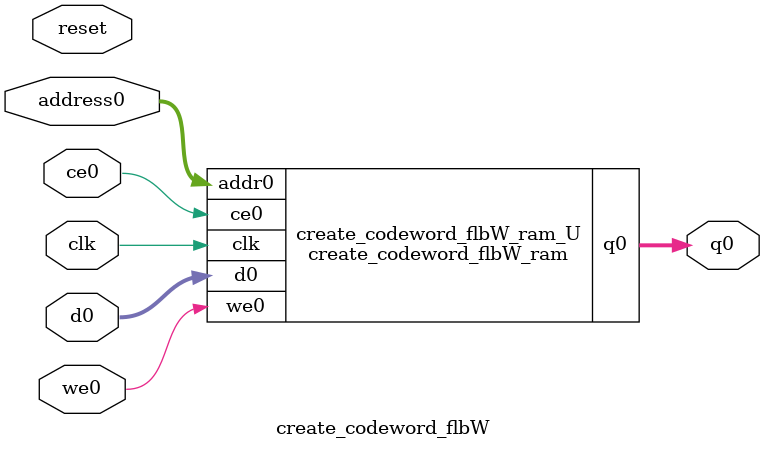
<source format=v>
`timescale 1 ns / 1 ps
module create_codeword_flbW_ram (addr0, ce0, d0, we0, q0,  clk);

parameter DWIDTH = 27;
parameter AWIDTH = 5;
parameter MEM_SIZE = 27;

input[AWIDTH-1:0] addr0;
input ce0;
input[DWIDTH-1:0] d0;
input we0;
output reg[DWIDTH-1:0] q0;
input clk;

(* ram_style = "distributed" *)reg [DWIDTH-1:0] ram[0:MEM_SIZE-1];




always @(posedge clk)  
begin 
    if (ce0) begin
        if (we0) 
            ram[addr0] <= d0; 
        q0 <= ram[addr0];
    end
end


endmodule

`timescale 1 ns / 1 ps
module create_codeword_flbW(
    reset,
    clk,
    address0,
    ce0,
    we0,
    d0,
    q0);

parameter DataWidth = 32'd27;
parameter AddressRange = 32'd27;
parameter AddressWidth = 32'd5;
input reset;
input clk;
input[AddressWidth - 1:0] address0;
input ce0;
input we0;
input[DataWidth - 1:0] d0;
output[DataWidth - 1:0] q0;



create_codeword_flbW_ram create_codeword_flbW_ram_U(
    .clk( clk ),
    .addr0( address0 ),
    .ce0( ce0 ),
    .we0( we0 ),
    .d0( d0 ),
    .q0( q0 ));

endmodule


</source>
